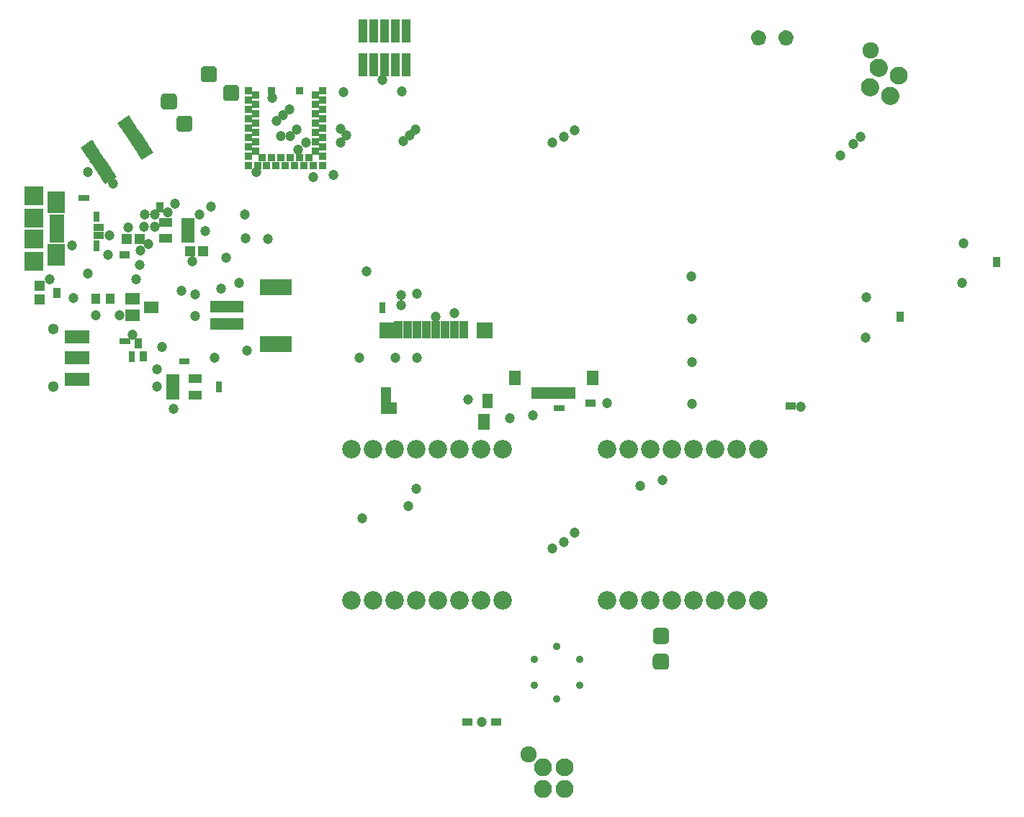
<source format=gbs>
G04 #@! TF.GenerationSoftware,KiCad,Pcbnew,(5.0.0-rc2-dev-321-g78161b592)*
G04 #@! TF.CreationDate,2018-06-20T02:06:48-06:00*
G04 #@! TF.ProjectId,dragon,647261676F6E2E6B696361645F706362,1.0*
G04 #@! TF.SameCoordinates,Original*
G04 #@! TF.FileFunction,Soldermask,Bot*
G04 #@! TF.FilePolarity,Negative*
%FSLAX46Y46*%
G04 Gerber Fmt 4.6, Leading zero omitted, Abs format (unit mm)*
G04 Created by KiCad (PCBNEW (5.0.0-rc2-dev-321-g78161b592)) date 06/20/18 02:06:48*
%MOMM*%
%LPD*%
G01*
G04 APERTURE LIST*
%ADD10C,0.150000*%
%ADD11C,0.900000*%
%ADD12C,1.924000*%
%ADD13C,2.100000*%
%ADD14C,2.100000*%
%ADD15O,2.100000X2.100000*%
%ADD16C,2.178000*%
%ADD17R,0.750000X0.700000*%
%ADD18R,0.700000X0.750000*%
%ADD19R,1.200000X1.150000*%
%ADD20R,1.200000X1.200000*%
%ADD21R,1.000000X1.200000*%
%ADD22R,1.750000X0.800000*%
%ADD23R,2.300000X2.300000*%
%ADD24R,2.000000X2.500000*%
%ADD25R,1.100176X2.150440*%
%ADD26R,1.101191X2.152980*%
%ADD27R,1.100643X2.151610*%
%ADD28R,1.100871X2.152180*%
%ADD29R,1.100982X2.152460*%
%ADD30R,1.100174X2.150430*%
%ADD31R,1.100710X2.151770*%
%ADD32R,1.101055X2.152640*%
%ADD33R,1.900920X1.900920*%
%ADD34R,1.901800X1.901800*%
%ADD35R,1.200585X1.901100*%
%ADD36R,1.200364X1.800640*%
%ADD37R,1.900010X1.400010*%
%ADD38R,1.401290X1.901930*%
%ADD39R,3.800000X1.900000*%
%ADD40R,3.900000X1.400000*%
%ADD41R,1.140000X2.800000*%
%ADD42R,0.680000X0.830000*%
%ADD43R,0.830000X0.680000*%
%ADD44C,1.300000*%
%ADD45R,2.900000X1.650000*%
%ADD46C,0.800000*%
%ADD47C,0.100000*%
%ADD48R,1.620000X1.050000*%
%ADD49R,0.900000X0.900000*%
%ADD50R,0.654000X1.416000*%
%ADD51R,1.416000X1.746200*%
%ADD52C,1.900000*%
%ADD53R,1.800000X1.400000*%
%ADD54C,1.200000*%
G04 APERTURE END LIST*
D10*
G36*
X165570000Y-59000000D02*
X165380000Y-58900000D01*
X165180000Y-58860000D01*
X164940000Y-58870000D01*
X164740000Y-58940000D01*
X164550000Y-59090000D01*
X164420000Y-59250000D01*
X164320000Y-59520000D01*
X164320000Y-59820000D01*
X164460000Y-60130000D01*
X164690000Y-60350000D01*
X164960000Y-60440000D01*
X165200000Y-60460000D01*
X165470000Y-60380000D01*
X165730000Y-60170000D01*
X165870000Y-59900000D01*
X165910000Y-59610000D01*
X165860000Y-59330000D01*
X165690000Y-59100000D01*
X165570000Y-59000000D01*
G37*
X165570000Y-59000000D02*
X165380000Y-58900000D01*
X165180000Y-58860000D01*
X164940000Y-58870000D01*
X164740000Y-58940000D01*
X164550000Y-59090000D01*
X164420000Y-59250000D01*
X164320000Y-59520000D01*
X164320000Y-59820000D01*
X164460000Y-60130000D01*
X164690000Y-60350000D01*
X164960000Y-60440000D01*
X165200000Y-60460000D01*
X165470000Y-60380000D01*
X165730000Y-60170000D01*
X165870000Y-59900000D01*
X165910000Y-59610000D01*
X165860000Y-59330000D01*
X165690000Y-59100000D01*
X165570000Y-59000000D01*
G36*
X168800000Y-59000000D02*
X168610000Y-58900000D01*
X168410000Y-58860000D01*
X168170000Y-58870000D01*
X167970000Y-58940000D01*
X167780000Y-59090000D01*
X167650000Y-59250000D01*
X167550000Y-59520000D01*
X167550000Y-59820000D01*
X167690000Y-60130000D01*
X167920000Y-60350000D01*
X168190000Y-60440000D01*
X168430000Y-60460000D01*
X168700000Y-60380000D01*
X168960000Y-60170000D01*
X169100000Y-59900000D01*
X169140000Y-59610000D01*
X169090000Y-59330000D01*
X168920000Y-59100000D01*
X168800000Y-59000000D01*
G37*
X168800000Y-59000000D02*
X168610000Y-58900000D01*
X168410000Y-58860000D01*
X168170000Y-58870000D01*
X167970000Y-58940000D01*
X167780000Y-59090000D01*
X167650000Y-59250000D01*
X167550000Y-59520000D01*
X167550000Y-59820000D01*
X167690000Y-60130000D01*
X167920000Y-60350000D01*
X168190000Y-60440000D01*
X168430000Y-60460000D01*
X168700000Y-60380000D01*
X168960000Y-60170000D01*
X169100000Y-59900000D01*
X169140000Y-59610000D01*
X169090000Y-59330000D01*
X168920000Y-59100000D01*
X168800000Y-59000000D01*
D11*
X144084679Y-132750000D03*
X144084679Y-135850000D03*
X141400000Y-137400000D03*
X138715321Y-135850000D03*
X138715321Y-132750000D03*
X141400000Y-131200000D03*
D12*
X178312327Y-61110099D03*
D13*
X181565270Y-64127187D03*
X180572813Y-66465270D03*
D14*
X180572813Y-66465270D02*
X180572813Y-66465270D01*
D13*
X179227187Y-63134730D03*
D14*
X179227187Y-63134730D02*
X179227187Y-63134730D01*
D13*
X178234730Y-65472813D03*
D14*
X178234730Y-65472813D02*
X178234730Y-65472813D01*
D12*
X138096780Y-143919831D03*
D13*
X142270000Y-145426051D03*
D15*
X142270000Y-147966051D03*
X139730000Y-145426051D03*
X139730000Y-147966051D03*
D16*
X117270000Y-108070000D03*
X119810000Y-108070000D03*
X122350000Y-108070000D03*
X124890000Y-108070000D03*
X127430000Y-108070000D03*
X129970000Y-108070000D03*
X132510000Y-108070000D03*
X135050000Y-108070000D03*
X117270000Y-125850000D03*
X119810000Y-125850000D03*
X122350000Y-125850000D03*
X124890000Y-125850000D03*
X127430000Y-125850000D03*
X129970000Y-125850000D03*
X132510000Y-125850000D03*
X135050000Y-125850000D03*
X147270000Y-108070000D03*
X149810000Y-108070000D03*
X152350000Y-108070000D03*
X154890000Y-108070000D03*
X157430000Y-108070000D03*
X159970000Y-108070000D03*
X162510000Y-108070000D03*
X165050000Y-108070000D03*
X147270000Y-125850000D03*
X149810000Y-125850000D03*
X152350000Y-125850000D03*
X154890000Y-125850000D03*
X157430000Y-125850000D03*
X159970000Y-125850000D03*
X162510000Y-125850000D03*
X165050000Y-125850000D03*
D17*
X87300000Y-83820000D03*
X87300000Y-84380000D03*
X87300000Y-80420000D03*
X87300000Y-80980000D03*
D18*
X86080000Y-78525000D03*
X85520000Y-78525000D03*
D19*
X90850000Y-83320000D03*
X92350000Y-83320000D03*
D17*
X91425000Y-96870000D03*
X91425000Y-97430000D03*
D19*
X98290000Y-84760000D03*
X99790000Y-84760000D03*
D18*
X90880000Y-95300000D03*
X90320000Y-95300000D03*
X97880000Y-97700000D03*
X97320000Y-97700000D03*
D17*
X101700000Y-100980000D03*
X101700000Y-100420000D03*
D20*
X80600000Y-88800000D03*
X80600000Y-90400000D03*
D21*
X87160000Y-90350000D03*
X88860000Y-90350000D03*
D22*
X82600000Y-83400000D03*
X82600000Y-82750000D03*
X82600000Y-82100000D03*
X82600000Y-81450000D03*
X82600000Y-80800000D03*
D23*
X79950000Y-83300000D03*
X79950000Y-80900000D03*
X79950000Y-85950000D03*
D24*
X82500000Y-85200000D03*
X82500000Y-79000000D03*
D23*
X79950000Y-78250000D03*
D25*
X130455000Y-93972000D03*
D26*
X129355000Y-93972000D03*
D27*
X128255000Y-93972000D03*
D28*
X127154999Y-93972000D03*
D29*
X126055000Y-93972000D03*
D30*
X124955000Y-93972000D03*
D31*
X123855000Y-93972000D03*
D32*
X122755000Y-93972000D03*
D33*
X121455000Y-94097000D03*
D34*
X132905000Y-94097000D03*
D35*
X121280000Y-101697000D03*
D36*
X133230000Y-102347000D03*
D37*
X121635000Y-103197000D03*
D38*
X132830000Y-104797000D03*
D39*
X108375000Y-95650000D03*
X108375000Y-88950000D03*
D40*
X102625000Y-93300000D03*
X102625000Y-91300000D03*
D41*
X123690000Y-62790000D03*
X123690000Y-58890000D03*
X122420000Y-62790000D03*
X122420000Y-58890000D03*
X121150000Y-62790000D03*
X121150000Y-58890000D03*
X119880000Y-62790000D03*
X119880000Y-58890000D03*
X118610000Y-62790000D03*
X118610000Y-58890000D03*
D42*
X87820953Y-82895000D03*
X87300953Y-82895000D03*
X87300953Y-81955000D03*
X87820953Y-81955000D03*
D43*
X82600000Y-89960000D03*
X82600000Y-89440000D03*
X94700000Y-79340000D03*
X94700000Y-79860000D03*
X92775000Y-97385000D03*
X92775000Y-96865000D03*
X92175000Y-95315000D03*
X92175000Y-95835000D03*
D42*
X90340000Y-85200000D03*
X90860000Y-85200000D03*
X134040000Y-140150000D03*
X134560000Y-140150000D03*
X131160000Y-140150000D03*
X130640000Y-140150000D03*
X145090000Y-102600000D03*
X145610000Y-102600000D03*
D43*
X181800000Y-92710000D03*
X181800000Y-92190000D03*
X193100000Y-85740000D03*
X193100000Y-86260000D03*
D42*
X168640000Y-103000000D03*
X169160000Y-103000000D03*
D44*
X82200000Y-93900000D03*
X82200000Y-100700000D03*
D45*
X84950000Y-94800000D03*
X84950000Y-97300000D03*
X84950000Y-99800000D03*
D46*
X86304492Y-72437651D03*
D47*
G36*
X86749472Y-71661769D02*
X87192186Y-72328106D01*
X85859512Y-73213533D01*
X85416798Y-72547196D01*
X86749472Y-71661769D01*
X86749472Y-71661769D01*
G37*
D46*
X86655896Y-72966556D03*
D47*
G36*
X87100876Y-72190674D02*
X87543590Y-72857011D01*
X86210916Y-73742438D01*
X85768202Y-73076101D01*
X87100876Y-72190674D01*
X87100876Y-72190674D01*
G37*
D46*
X87007298Y-73495461D03*
D47*
G36*
X87452278Y-72719579D02*
X87894992Y-73385916D01*
X86562318Y-74271343D01*
X86119604Y-73605006D01*
X87452278Y-72719579D01*
X87452278Y-72719579D01*
G37*
D46*
X87358703Y-74024366D03*
D47*
G36*
X87803683Y-73248484D02*
X88246397Y-73914821D01*
X86913723Y-74800248D01*
X86471009Y-74133911D01*
X87803683Y-73248484D01*
X87803683Y-73248484D01*
G37*
D46*
X87710107Y-74553271D03*
D47*
G36*
X88155087Y-73777389D02*
X88597801Y-74443726D01*
X87265127Y-75329153D01*
X86822413Y-74662816D01*
X88155087Y-73777389D01*
X88155087Y-73777389D01*
G37*
D46*
X88061510Y-75082176D03*
D47*
G36*
X88506490Y-74306294D02*
X88949204Y-74972631D01*
X87616530Y-75858058D01*
X87173816Y-75191721D01*
X88506490Y-74306294D01*
X88506490Y-74306294D01*
G37*
D46*
X88412914Y-75611080D03*
D47*
G36*
X88857894Y-74835198D02*
X89300608Y-75501535D01*
X87967934Y-76386962D01*
X87525220Y-75720625D01*
X88857894Y-74835198D01*
X88857894Y-74835198D01*
G37*
D46*
X88764317Y-76139985D03*
D47*
G36*
X89209297Y-75364103D02*
X89652011Y-76030440D01*
X88319337Y-76915867D01*
X87876623Y-76249530D01*
X89209297Y-75364103D01*
X89209297Y-75364103D01*
G37*
D46*
X93095508Y-73262349D03*
D47*
G36*
X93540488Y-72486467D02*
X93983202Y-73152804D01*
X92650528Y-74038231D01*
X92207814Y-73371894D01*
X93540488Y-72486467D01*
X93540488Y-72486467D01*
G37*
D46*
X92744104Y-72733444D03*
D47*
G36*
X93189084Y-71957562D02*
X93631798Y-72623899D01*
X92299124Y-73509326D01*
X91856410Y-72842989D01*
X93189084Y-71957562D01*
X93189084Y-71957562D01*
G37*
D46*
X92392702Y-72204539D03*
D47*
G36*
X92837682Y-71428657D02*
X93280396Y-72094994D01*
X91947722Y-72980421D01*
X91505008Y-72314084D01*
X92837682Y-71428657D01*
X92837682Y-71428657D01*
G37*
D46*
X92041297Y-71675634D03*
D47*
G36*
X92486277Y-70899752D02*
X92928991Y-71566089D01*
X91596317Y-72451516D01*
X91153603Y-71785179D01*
X92486277Y-70899752D01*
X92486277Y-70899752D01*
G37*
D46*
X91689893Y-71146729D03*
D47*
G36*
X92134873Y-70370847D02*
X92577587Y-71037184D01*
X91244913Y-71922611D01*
X90802199Y-71256274D01*
X92134873Y-70370847D01*
X92134873Y-70370847D01*
G37*
D46*
X91338490Y-70617824D03*
D47*
G36*
X91783470Y-69841942D02*
X92226184Y-70508279D01*
X90893510Y-71393706D01*
X90450796Y-70727369D01*
X91783470Y-69841942D01*
X91783470Y-69841942D01*
G37*
D46*
X90987086Y-70088920D03*
D47*
G36*
X91432066Y-69313038D02*
X91874780Y-69979375D01*
X90542106Y-70864802D01*
X90099392Y-70198465D01*
X91432066Y-69313038D01*
X91432066Y-69313038D01*
G37*
D46*
X90635683Y-69560015D03*
D47*
G36*
X91080663Y-68784133D02*
X91523377Y-69450470D01*
X90190703Y-70335897D01*
X89747989Y-69669560D01*
X91080663Y-68784133D01*
X91080663Y-68784133D01*
G37*
D48*
X98010000Y-81350000D03*
X98010000Y-82300000D03*
X98010000Y-83250000D03*
X95390000Y-83250000D03*
X95390000Y-81350000D03*
X98910000Y-101650000D03*
X98910000Y-99750000D03*
X96290000Y-99750000D03*
X96290000Y-100700000D03*
X96290000Y-101650000D03*
D49*
X113900000Y-65850001D03*
X113000000Y-66400000D03*
X113900000Y-66950000D03*
X113000000Y-67499999D03*
X113900000Y-68050000D03*
X113000000Y-68600000D03*
X113900000Y-69150000D03*
X113000000Y-69700000D03*
X113900000Y-70250000D03*
X113000000Y-70800001D03*
X113900000Y-71350000D03*
X113000000Y-71900000D03*
X113900000Y-72450000D03*
X113000000Y-73000000D03*
X113900000Y-73549999D03*
X113900000Y-74650000D03*
X112800000Y-74650001D03*
X112250000Y-73750000D03*
X111700000Y-74650000D03*
X111150000Y-73750000D03*
X110600000Y-74650000D03*
X110050000Y-73750000D03*
X109500000Y-74650001D03*
X108950000Y-73750000D03*
X108400000Y-74650000D03*
X107850000Y-73750000D03*
X107300000Y-74650000D03*
X106750000Y-73750000D03*
X106199999Y-74650000D03*
X105100000Y-74650000D03*
X105100000Y-73550000D03*
X106000000Y-73000000D03*
X105100001Y-72450000D03*
X106000000Y-71900000D03*
X105100000Y-71350000D03*
X106000000Y-70800000D03*
X105100000Y-70250000D03*
X106000000Y-69700000D03*
X105100001Y-69150000D03*
X106000000Y-68600000D03*
X105100000Y-68050000D03*
X106000000Y-67500000D03*
X105100000Y-66950000D03*
X106000000Y-66400000D03*
X105100000Y-65850000D03*
X107850000Y-65849999D03*
X111150000Y-65850000D03*
D50*
X138749999Y-101414000D03*
X139250001Y-101414000D03*
X139750000Y-101414000D03*
X140249999Y-101414000D03*
X140750000Y-101414000D03*
X141250000Y-101414000D03*
X141750001Y-101414000D03*
X142250000Y-101414000D03*
X142749999Y-101414000D03*
X143250001Y-101414000D03*
D51*
X145572000Y-99686800D03*
X136428000Y-99686800D03*
D47*
G36*
X154161558Y-129052287D02*
X154207668Y-129059127D01*
X154252885Y-129070453D01*
X154296775Y-129086157D01*
X154338913Y-129106087D01*
X154378896Y-129130052D01*
X154416337Y-129157820D01*
X154450876Y-129189124D01*
X154482180Y-129223663D01*
X154509948Y-129261104D01*
X154533913Y-129301087D01*
X154553843Y-129343225D01*
X154569547Y-129387115D01*
X154580873Y-129432332D01*
X154587713Y-129478442D01*
X154590000Y-129525000D01*
X154590000Y-130475000D01*
X154587713Y-130521558D01*
X154580873Y-130567668D01*
X154569547Y-130612885D01*
X154553843Y-130656775D01*
X154533913Y-130698913D01*
X154509948Y-130738896D01*
X154482180Y-130776337D01*
X154450876Y-130810876D01*
X154416337Y-130842180D01*
X154378896Y-130869948D01*
X154338913Y-130893913D01*
X154296775Y-130913843D01*
X154252885Y-130929547D01*
X154207668Y-130940873D01*
X154161558Y-130947713D01*
X154115000Y-130950000D01*
X153165000Y-130950000D01*
X153118442Y-130947713D01*
X153072332Y-130940873D01*
X153027115Y-130929547D01*
X152983225Y-130913843D01*
X152941087Y-130893913D01*
X152901104Y-130869948D01*
X152863663Y-130842180D01*
X152829124Y-130810876D01*
X152797820Y-130776337D01*
X152770052Y-130738896D01*
X152746087Y-130698913D01*
X152726157Y-130656775D01*
X152710453Y-130612885D01*
X152699127Y-130567668D01*
X152692287Y-130521558D01*
X152690000Y-130475000D01*
X152690000Y-129525000D01*
X152692287Y-129478442D01*
X152699127Y-129432332D01*
X152710453Y-129387115D01*
X152726157Y-129343225D01*
X152746087Y-129301087D01*
X152770052Y-129261104D01*
X152797820Y-129223663D01*
X152829124Y-129189124D01*
X152863663Y-129157820D01*
X152901104Y-129130052D01*
X152941087Y-129106087D01*
X152983225Y-129086157D01*
X153027115Y-129070453D01*
X153072332Y-129059127D01*
X153118442Y-129052287D01*
X153165000Y-129050000D01*
X154115000Y-129050000D01*
X154161558Y-129052287D01*
X154161558Y-129052287D01*
G37*
D52*
X153640000Y-130000000D03*
D47*
G36*
X96321558Y-66202287D02*
X96367668Y-66209127D01*
X96412885Y-66220453D01*
X96456775Y-66236157D01*
X96498913Y-66256087D01*
X96538896Y-66280052D01*
X96576337Y-66307820D01*
X96610876Y-66339124D01*
X96642180Y-66373663D01*
X96669948Y-66411104D01*
X96693913Y-66451087D01*
X96713843Y-66493225D01*
X96729547Y-66537115D01*
X96740873Y-66582332D01*
X96747713Y-66628442D01*
X96750000Y-66675000D01*
X96750000Y-67625000D01*
X96747713Y-67671558D01*
X96740873Y-67717668D01*
X96729547Y-67762885D01*
X96713843Y-67806775D01*
X96693913Y-67848913D01*
X96669948Y-67888896D01*
X96642180Y-67926337D01*
X96610876Y-67960876D01*
X96576337Y-67992180D01*
X96538896Y-68019948D01*
X96498913Y-68043913D01*
X96456775Y-68063843D01*
X96412885Y-68079547D01*
X96367668Y-68090873D01*
X96321558Y-68097713D01*
X96275000Y-68100000D01*
X95325000Y-68100000D01*
X95278442Y-68097713D01*
X95232332Y-68090873D01*
X95187115Y-68079547D01*
X95143225Y-68063843D01*
X95101087Y-68043913D01*
X95061104Y-68019948D01*
X95023663Y-67992180D01*
X94989124Y-67960876D01*
X94957820Y-67926337D01*
X94930052Y-67888896D01*
X94906087Y-67848913D01*
X94886157Y-67806775D01*
X94870453Y-67762885D01*
X94859127Y-67717668D01*
X94852287Y-67671558D01*
X94850000Y-67625000D01*
X94850000Y-66675000D01*
X94852287Y-66628442D01*
X94859127Y-66582332D01*
X94870453Y-66537115D01*
X94886157Y-66493225D01*
X94906087Y-66451087D01*
X94930052Y-66411104D01*
X94957820Y-66373663D01*
X94989124Y-66339124D01*
X95023663Y-66307820D01*
X95061104Y-66280052D01*
X95101087Y-66256087D01*
X95143225Y-66236157D01*
X95187115Y-66220453D01*
X95232332Y-66209127D01*
X95278442Y-66202287D01*
X95325000Y-66200000D01*
X96275000Y-66200000D01*
X96321558Y-66202287D01*
X96321558Y-66202287D01*
G37*
D52*
X95800000Y-67150000D03*
D47*
G36*
X98138226Y-68802287D02*
X98184336Y-68809127D01*
X98229553Y-68820453D01*
X98273443Y-68836157D01*
X98315581Y-68856087D01*
X98355564Y-68880052D01*
X98393005Y-68907820D01*
X98427544Y-68939124D01*
X98458848Y-68973663D01*
X98486616Y-69011104D01*
X98510581Y-69051087D01*
X98530511Y-69093225D01*
X98546215Y-69137115D01*
X98557541Y-69182332D01*
X98564381Y-69228442D01*
X98566668Y-69275000D01*
X98566668Y-70225000D01*
X98564381Y-70271558D01*
X98557541Y-70317668D01*
X98546215Y-70362885D01*
X98530511Y-70406775D01*
X98510581Y-70448913D01*
X98486616Y-70488896D01*
X98458848Y-70526337D01*
X98427544Y-70560876D01*
X98393005Y-70592180D01*
X98355564Y-70619948D01*
X98315581Y-70643913D01*
X98273443Y-70663843D01*
X98229553Y-70679547D01*
X98184336Y-70690873D01*
X98138226Y-70697713D01*
X98091668Y-70700000D01*
X97141668Y-70700000D01*
X97095110Y-70697713D01*
X97049000Y-70690873D01*
X97003783Y-70679547D01*
X96959893Y-70663843D01*
X96917755Y-70643913D01*
X96877772Y-70619948D01*
X96840331Y-70592180D01*
X96805792Y-70560876D01*
X96774488Y-70526337D01*
X96746720Y-70488896D01*
X96722755Y-70448913D01*
X96702825Y-70406775D01*
X96687121Y-70362885D01*
X96675795Y-70317668D01*
X96668955Y-70271558D01*
X96666668Y-70225000D01*
X96666668Y-69275000D01*
X96668955Y-69228442D01*
X96675795Y-69182332D01*
X96687121Y-69137115D01*
X96702825Y-69093225D01*
X96722755Y-69051087D01*
X96746720Y-69011104D01*
X96774488Y-68973663D01*
X96805792Y-68939124D01*
X96840331Y-68907820D01*
X96877772Y-68880052D01*
X96917755Y-68856087D01*
X96959893Y-68836157D01*
X97003783Y-68820453D01*
X97049000Y-68809127D01*
X97095110Y-68802287D01*
X97141668Y-68800000D01*
X98091668Y-68800000D01*
X98138226Y-68802287D01*
X98138226Y-68802287D01*
G37*
D52*
X97616668Y-69750000D03*
D47*
G36*
X154151558Y-132092287D02*
X154197668Y-132099127D01*
X154242885Y-132110453D01*
X154286775Y-132126157D01*
X154328913Y-132146087D01*
X154368896Y-132170052D01*
X154406337Y-132197820D01*
X154440876Y-132229124D01*
X154472180Y-132263663D01*
X154499948Y-132301104D01*
X154523913Y-132341087D01*
X154543843Y-132383225D01*
X154559547Y-132427115D01*
X154570873Y-132472332D01*
X154577713Y-132518442D01*
X154580000Y-132565000D01*
X154580000Y-133515000D01*
X154577713Y-133561558D01*
X154570873Y-133607668D01*
X154559547Y-133652885D01*
X154543843Y-133696775D01*
X154523913Y-133738913D01*
X154499948Y-133778896D01*
X154472180Y-133816337D01*
X154440876Y-133850876D01*
X154406337Y-133882180D01*
X154368896Y-133909948D01*
X154328913Y-133933913D01*
X154286775Y-133953843D01*
X154242885Y-133969547D01*
X154197668Y-133980873D01*
X154151558Y-133987713D01*
X154105000Y-133990000D01*
X153155000Y-133990000D01*
X153108442Y-133987713D01*
X153062332Y-133980873D01*
X153017115Y-133969547D01*
X152973225Y-133953843D01*
X152931087Y-133933913D01*
X152891104Y-133909948D01*
X152853663Y-133882180D01*
X152819124Y-133850876D01*
X152787820Y-133816337D01*
X152760052Y-133778896D01*
X152736087Y-133738913D01*
X152716157Y-133696775D01*
X152700453Y-133652885D01*
X152689127Y-133607668D01*
X152682287Y-133561558D01*
X152680000Y-133515000D01*
X152680000Y-132565000D01*
X152682287Y-132518442D01*
X152689127Y-132472332D01*
X152700453Y-132427115D01*
X152716157Y-132383225D01*
X152736087Y-132341087D01*
X152760052Y-132301104D01*
X152787820Y-132263663D01*
X152819124Y-132229124D01*
X152853663Y-132197820D01*
X152891104Y-132170052D01*
X152931087Y-132146087D01*
X152973225Y-132126157D01*
X153017115Y-132110453D01*
X153062332Y-132099127D01*
X153108442Y-132092287D01*
X153155000Y-132090000D01*
X154105000Y-132090000D01*
X154151558Y-132092287D01*
X154151558Y-132092287D01*
G37*
D52*
X153630000Y-133040000D03*
D47*
G36*
X103621558Y-65202287D02*
X103667668Y-65209127D01*
X103712885Y-65220453D01*
X103756775Y-65236157D01*
X103798913Y-65256087D01*
X103838896Y-65280052D01*
X103876337Y-65307820D01*
X103910876Y-65339124D01*
X103942180Y-65373663D01*
X103969948Y-65411104D01*
X103993913Y-65451087D01*
X104013843Y-65493225D01*
X104029547Y-65537115D01*
X104040873Y-65582332D01*
X104047713Y-65628442D01*
X104050000Y-65675000D01*
X104050000Y-66625000D01*
X104047713Y-66671558D01*
X104040873Y-66717668D01*
X104029547Y-66762885D01*
X104013843Y-66806775D01*
X103993913Y-66848913D01*
X103969948Y-66888896D01*
X103942180Y-66926337D01*
X103910876Y-66960876D01*
X103876337Y-66992180D01*
X103838896Y-67019948D01*
X103798913Y-67043913D01*
X103756775Y-67063843D01*
X103712885Y-67079547D01*
X103667668Y-67090873D01*
X103621558Y-67097713D01*
X103575000Y-67100000D01*
X102625000Y-67100000D01*
X102578442Y-67097713D01*
X102532332Y-67090873D01*
X102487115Y-67079547D01*
X102443225Y-67063843D01*
X102401087Y-67043913D01*
X102361104Y-67019948D01*
X102323663Y-66992180D01*
X102289124Y-66960876D01*
X102257820Y-66926337D01*
X102230052Y-66888896D01*
X102206087Y-66848913D01*
X102186157Y-66806775D01*
X102170453Y-66762885D01*
X102159127Y-66717668D01*
X102152287Y-66671558D01*
X102150000Y-66625000D01*
X102150000Y-65675000D01*
X102152287Y-65628442D01*
X102159127Y-65582332D01*
X102170453Y-65537115D01*
X102186157Y-65493225D01*
X102206087Y-65451087D01*
X102230052Y-65411104D01*
X102257820Y-65373663D01*
X102289124Y-65339124D01*
X102323663Y-65307820D01*
X102361104Y-65280052D01*
X102401087Y-65256087D01*
X102443225Y-65236157D01*
X102487115Y-65220453D01*
X102532332Y-65209127D01*
X102578442Y-65202287D01*
X102625000Y-65200000D01*
X103575000Y-65200000D01*
X103621558Y-65202287D01*
X103621558Y-65202287D01*
G37*
D52*
X103100000Y-66150000D03*
D47*
G36*
X101021558Y-63002287D02*
X101067668Y-63009127D01*
X101112885Y-63020453D01*
X101156775Y-63036157D01*
X101198913Y-63056087D01*
X101238896Y-63080052D01*
X101276337Y-63107820D01*
X101310876Y-63139124D01*
X101342180Y-63173663D01*
X101369948Y-63211104D01*
X101393913Y-63251087D01*
X101413843Y-63293225D01*
X101429547Y-63337115D01*
X101440873Y-63382332D01*
X101447713Y-63428442D01*
X101450000Y-63475000D01*
X101450000Y-64425000D01*
X101447713Y-64471558D01*
X101440873Y-64517668D01*
X101429547Y-64562885D01*
X101413843Y-64606775D01*
X101393913Y-64648913D01*
X101369948Y-64688896D01*
X101342180Y-64726337D01*
X101310876Y-64760876D01*
X101276337Y-64792180D01*
X101238896Y-64819948D01*
X101198913Y-64843913D01*
X101156775Y-64863843D01*
X101112885Y-64879547D01*
X101067668Y-64890873D01*
X101021558Y-64897713D01*
X100975000Y-64900000D01*
X100025000Y-64900000D01*
X99978442Y-64897713D01*
X99932332Y-64890873D01*
X99887115Y-64879547D01*
X99843225Y-64863843D01*
X99801087Y-64843913D01*
X99761104Y-64819948D01*
X99723663Y-64792180D01*
X99689124Y-64760876D01*
X99657820Y-64726337D01*
X99630052Y-64688896D01*
X99606087Y-64648913D01*
X99586157Y-64606775D01*
X99570453Y-64562885D01*
X99559127Y-64517668D01*
X99552287Y-64471558D01*
X99550000Y-64425000D01*
X99550000Y-63475000D01*
X99552287Y-63428442D01*
X99559127Y-63382332D01*
X99570453Y-63337115D01*
X99586157Y-63293225D01*
X99606087Y-63251087D01*
X99630052Y-63211104D01*
X99657820Y-63173663D01*
X99689124Y-63139124D01*
X99723663Y-63107820D01*
X99761104Y-63080052D01*
X99801087Y-63056087D01*
X99843225Y-63036157D01*
X99887115Y-63020453D01*
X99932332Y-63009127D01*
X99978442Y-63002287D01*
X100025000Y-63000000D01*
X100975000Y-63000000D01*
X101021558Y-63002287D01*
X101021558Y-63002287D01*
G37*
D52*
X100500000Y-63950000D03*
D17*
X120870000Y-91119999D03*
X120870000Y-91680001D03*
D18*
X141370000Y-103250000D03*
X141930000Y-103250000D03*
D53*
X91530000Y-92270000D03*
X91530000Y-90370000D03*
X93730000Y-91320000D03*
D54*
X123050000Y-89930000D03*
X124990000Y-89730000D03*
X122430000Y-97250000D03*
X124950000Y-97270000D03*
X118480000Y-116140000D03*
X94400000Y-100710000D03*
X116290000Y-66050000D03*
X99400000Y-80420000D03*
X100020000Y-82360000D03*
X91000000Y-81970000D03*
X92470000Y-84700000D03*
X92330000Y-86390000D03*
X93350000Y-83940000D03*
X123200000Y-66000000D03*
X95000000Y-96000000D03*
X94400000Y-98600000D03*
X89970000Y-92310000D03*
X87150000Y-92280000D03*
X98900000Y-92400000D03*
X98900000Y-89800000D03*
X131000000Y-102220000D03*
X127180000Y-92420000D03*
X123070000Y-91090000D03*
X174700000Y-73500000D03*
X132600000Y-140100000D03*
X86275000Y-87350000D03*
X115100000Y-75750000D03*
X88650000Y-85175000D03*
X101900000Y-89200000D03*
X98500000Y-85900000D03*
X101125000Y-97250000D03*
X91475000Y-94575000D03*
X91900000Y-88100000D03*
X129390000Y-92080000D03*
X143500000Y-117900000D03*
X143500000Y-70500000D03*
X94140000Y-81880000D03*
X94120000Y-80430000D03*
X92890000Y-81890000D03*
X92910000Y-80470000D03*
X135900000Y-104375000D03*
X177100000Y-71300000D03*
X176300000Y-72100000D03*
X111875000Y-72000000D03*
X106075000Y-75450000D03*
X104775000Y-83250000D03*
X138600000Y-104050000D03*
X107950000Y-66725000D03*
X84575000Y-90250000D03*
X177700000Y-94900000D03*
X189050000Y-88500000D03*
X104000000Y-88500000D03*
X86283521Y-75427502D03*
X84400000Y-84100000D03*
X107400000Y-83300000D03*
X110975000Y-72825000D03*
X104975000Y-96475000D03*
X118200000Y-97300000D03*
X119050000Y-87100000D03*
X112800000Y-76000000D03*
X81800000Y-88100000D03*
X110775000Y-70450000D03*
X110050000Y-71200000D03*
X108975000Y-71175000D03*
X124825000Y-70425000D03*
X109950000Y-68075000D03*
X89200000Y-76825000D03*
X96325000Y-103325000D03*
X147270000Y-102600000D03*
X142250000Y-119000000D03*
X142250000Y-71325000D03*
X124075000Y-71100000D03*
X109225000Y-68775000D03*
X140900000Y-119750000D03*
X140900000Y-71950000D03*
X123375000Y-71825000D03*
X108475000Y-69450000D03*
X104740000Y-80450000D03*
X95700000Y-80200000D03*
X100700000Y-79500000D03*
X97300000Y-89400000D03*
X96500000Y-79175000D03*
X102475000Y-85500000D03*
X170100000Y-103025000D03*
X157300000Y-102725000D03*
X157275000Y-97800000D03*
X157275000Y-92725000D03*
X157250000Y-87700000D03*
X116000000Y-71950000D03*
X116625000Y-71150000D03*
X115975000Y-70375000D03*
X120900000Y-64600000D03*
X153800000Y-111700000D03*
X124900000Y-112700000D03*
X151200000Y-112400000D03*
X123975000Y-114750000D03*
X88800000Y-82900000D03*
X177800000Y-90200000D03*
X189250000Y-83850000D03*
M02*

</source>
